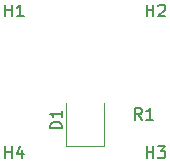
<source format=gbr>
%TF.GenerationSoftware,KiCad,Pcbnew,7.0.6-0*%
%TF.CreationDate,2024-07-04T16:38:01+08:00*%
%TF.ProjectId,led2835,6c656432-3833-4352-9e6b-696361645f70,rev?*%
%TF.SameCoordinates,Original*%
%TF.FileFunction,Legend,Top*%
%TF.FilePolarity,Positive*%
%FSLAX46Y46*%
G04 Gerber Fmt 4.6, Leading zero omitted, Abs format (unit mm)*
G04 Created by KiCad (PCBNEW 7.0.6-0) date 2024-07-04 16:38:01*
%MOMM*%
%LPD*%
G01*
G04 APERTURE LIST*
%ADD10C,0.150000*%
%ADD11C,0.120000*%
G04 APERTURE END LIST*
D10*
X154833333Y-100004819D02*
X154500000Y-99528628D01*
X154261905Y-100004819D02*
X154261905Y-99004819D01*
X154261905Y-99004819D02*
X154642857Y-99004819D01*
X154642857Y-99004819D02*
X154738095Y-99052438D01*
X154738095Y-99052438D02*
X154785714Y-99100057D01*
X154785714Y-99100057D02*
X154833333Y-99195295D01*
X154833333Y-99195295D02*
X154833333Y-99338152D01*
X154833333Y-99338152D02*
X154785714Y-99433390D01*
X154785714Y-99433390D02*
X154738095Y-99481009D01*
X154738095Y-99481009D02*
X154642857Y-99528628D01*
X154642857Y-99528628D02*
X154261905Y-99528628D01*
X155785714Y-100004819D02*
X155214286Y-100004819D01*
X155500000Y-100004819D02*
X155500000Y-99004819D01*
X155500000Y-99004819D02*
X155404762Y-99147676D01*
X155404762Y-99147676D02*
X155309524Y-99242914D01*
X155309524Y-99242914D02*
X155214286Y-99290533D01*
X155238095Y-103254819D02*
X155238095Y-102254819D01*
X155238095Y-102731009D02*
X155809523Y-102731009D01*
X155809523Y-103254819D02*
X155809523Y-102254819D01*
X156190476Y-102254819D02*
X156809523Y-102254819D01*
X156809523Y-102254819D02*
X156476190Y-102635771D01*
X156476190Y-102635771D02*
X156619047Y-102635771D01*
X156619047Y-102635771D02*
X156714285Y-102683390D01*
X156714285Y-102683390D02*
X156761904Y-102731009D01*
X156761904Y-102731009D02*
X156809523Y-102826247D01*
X156809523Y-102826247D02*
X156809523Y-103064342D01*
X156809523Y-103064342D02*
X156761904Y-103159580D01*
X156761904Y-103159580D02*
X156714285Y-103207200D01*
X156714285Y-103207200D02*
X156619047Y-103254819D01*
X156619047Y-103254819D02*
X156333333Y-103254819D01*
X156333333Y-103254819D02*
X156238095Y-103207200D01*
X156238095Y-103207200D02*
X156190476Y-103159580D01*
X148054819Y-100738094D02*
X147054819Y-100738094D01*
X147054819Y-100738094D02*
X147054819Y-100499999D01*
X147054819Y-100499999D02*
X147102438Y-100357142D01*
X147102438Y-100357142D02*
X147197676Y-100261904D01*
X147197676Y-100261904D02*
X147292914Y-100214285D01*
X147292914Y-100214285D02*
X147483390Y-100166666D01*
X147483390Y-100166666D02*
X147626247Y-100166666D01*
X147626247Y-100166666D02*
X147816723Y-100214285D01*
X147816723Y-100214285D02*
X147911961Y-100261904D01*
X147911961Y-100261904D02*
X148007200Y-100357142D01*
X148007200Y-100357142D02*
X148054819Y-100499999D01*
X148054819Y-100499999D02*
X148054819Y-100738094D01*
X148054819Y-99214285D02*
X148054819Y-99785713D01*
X148054819Y-99499999D02*
X147054819Y-99499999D01*
X147054819Y-99499999D02*
X147197676Y-99595237D01*
X147197676Y-99595237D02*
X147292914Y-99690475D01*
X147292914Y-99690475D02*
X147340533Y-99785713D01*
X143238095Y-103254819D02*
X143238095Y-102254819D01*
X143238095Y-102731009D02*
X143809523Y-102731009D01*
X143809523Y-103254819D02*
X143809523Y-102254819D01*
X144714285Y-102588152D02*
X144714285Y-103254819D01*
X144476190Y-102207200D02*
X144238095Y-102921485D01*
X144238095Y-102921485D02*
X144857142Y-102921485D01*
X155238095Y-91254819D02*
X155238095Y-90254819D01*
X155238095Y-90731009D02*
X155809523Y-90731009D01*
X155809523Y-91254819D02*
X155809523Y-90254819D01*
X156238095Y-90350057D02*
X156285714Y-90302438D01*
X156285714Y-90302438D02*
X156380952Y-90254819D01*
X156380952Y-90254819D02*
X156619047Y-90254819D01*
X156619047Y-90254819D02*
X156714285Y-90302438D01*
X156714285Y-90302438D02*
X156761904Y-90350057D01*
X156761904Y-90350057D02*
X156809523Y-90445295D01*
X156809523Y-90445295D02*
X156809523Y-90540533D01*
X156809523Y-90540533D02*
X156761904Y-90683390D01*
X156761904Y-90683390D02*
X156190476Y-91254819D01*
X156190476Y-91254819D02*
X156809523Y-91254819D01*
X143238095Y-91254819D02*
X143238095Y-90254819D01*
X143238095Y-90731009D02*
X143809523Y-90731009D01*
X143809523Y-91254819D02*
X143809523Y-90254819D01*
X144809523Y-91254819D02*
X144238095Y-91254819D01*
X144523809Y-91254819D02*
X144523809Y-90254819D01*
X144523809Y-90254819D02*
X144428571Y-90397676D01*
X144428571Y-90397676D02*
X144333333Y-90492914D01*
X144333333Y-90492914D02*
X144238095Y-90540533D01*
D11*
%TO.C,D1*%
X148400000Y-102200000D02*
X151600000Y-102200000D01*
X148400000Y-98600000D02*
X148400000Y-102200000D01*
X151600000Y-98600000D02*
X151600000Y-102200000D01*
%TD*%
M02*

</source>
